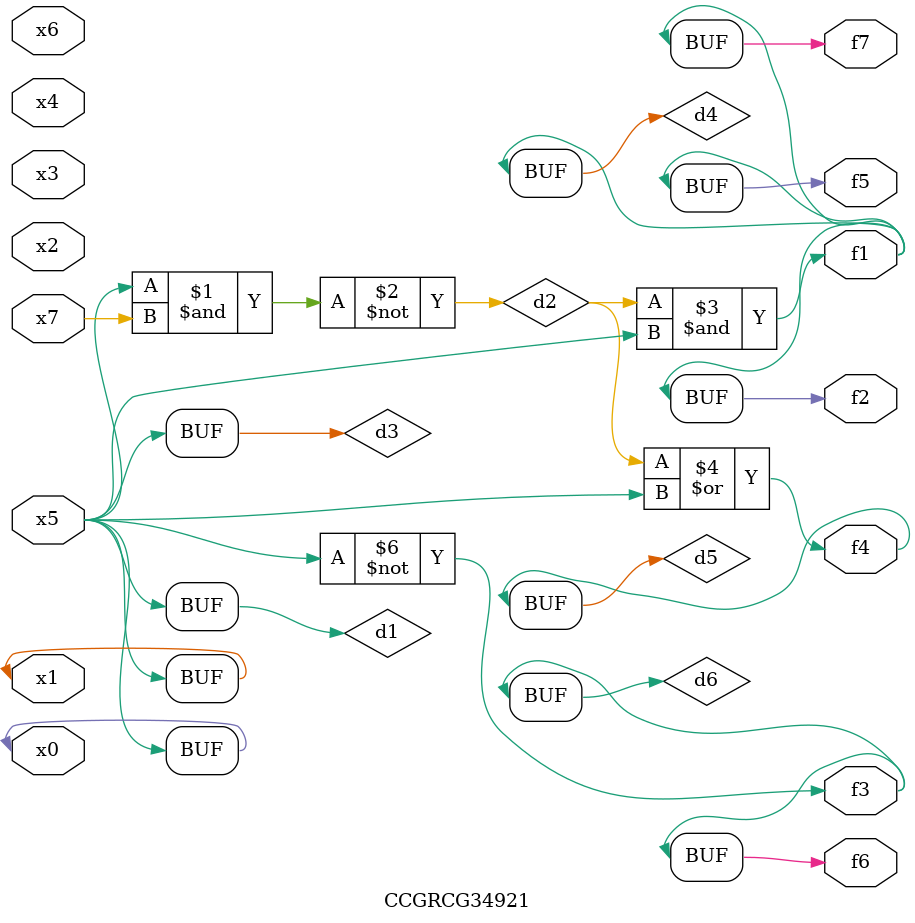
<source format=v>
module CCGRCG34921(
	input x0, x1, x2, x3, x4, x5, x6, x7,
	output f1, f2, f3, f4, f5, f6, f7
);

	wire d1, d2, d3, d4, d5, d6;

	buf (d1, x0, x5);
	nand (d2, x5, x7);
	buf (d3, x0, x1);
	and (d4, d2, d3);
	or (d5, d2, d3);
	nor (d6, d1, d3);
	assign f1 = d4;
	assign f2 = d4;
	assign f3 = d6;
	assign f4 = d5;
	assign f5 = d4;
	assign f6 = d6;
	assign f7 = d4;
endmodule

</source>
